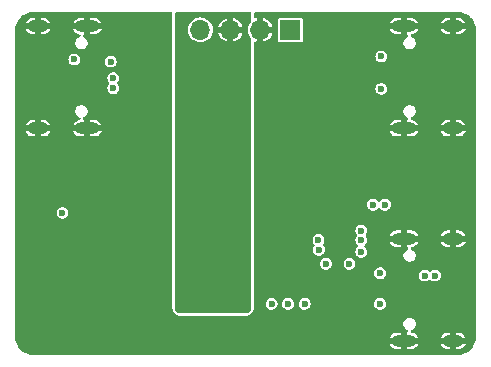
<source format=gbr>
G04 #@! TF.GenerationSoftware,KiCad,Pcbnew,8.0.8*
G04 #@! TF.CreationDate,2025-08-23T08:43:18-04:00*
G04 #@! TF.ProjectId,project-hw-usbc-mux-demux,70726f6a-6563-4742-9d68-772d75736263,rev?*
G04 #@! TF.SameCoordinates,Original*
G04 #@! TF.FileFunction,Copper,L2,Inr*
G04 #@! TF.FilePolarity,Positive*
%FSLAX46Y46*%
G04 Gerber Fmt 4.6, Leading zero omitted, Abs format (unit mm)*
G04 Created by KiCad (PCBNEW 8.0.8) date 2025-08-23 08:43:18*
%MOMM*%
%LPD*%
G01*
G04 APERTURE LIST*
G04 #@! TA.AperFunction,HeatsinkPad*
%ADD10O,2.100000X1.000000*%
G04 #@! TD*
G04 #@! TA.AperFunction,HeatsinkPad*
%ADD11O,1.800000X1.000000*%
G04 #@! TD*
G04 #@! TA.AperFunction,ComponentPad*
%ADD12R,1.700000X1.700000*%
G04 #@! TD*
G04 #@! TA.AperFunction,ComponentPad*
%ADD13O,1.700000X1.700000*%
G04 #@! TD*
G04 #@! TA.AperFunction,ViaPad*
%ADD14C,0.600000*%
G04 #@! TD*
G04 APERTURE END LIST*
D10*
X63395000Y-48320000D03*
D11*
X67575000Y-48320000D03*
D10*
X63395000Y-39680000D03*
D11*
X67575000Y-39680000D03*
D10*
X63395000Y-30320000D03*
D11*
X67575000Y-30320000D03*
D10*
X63395000Y-21680000D03*
D11*
X67575000Y-21680000D03*
D10*
X36605000Y-21680000D03*
D11*
X32425000Y-21680000D03*
D10*
X36605000Y-30320000D03*
D11*
X32425000Y-30320000D03*
D12*
X53800000Y-22000000D03*
D13*
X51260000Y-22000000D03*
X48720000Y-22000000D03*
X46180000Y-22000000D03*
D14*
X37200000Y-38700000D03*
X34500000Y-37500000D03*
X61800000Y-36800000D03*
X59800000Y-39000000D03*
X52200000Y-45200000D03*
X58800000Y-41800000D03*
X61400000Y-42600000D03*
X59800000Y-39800000D03*
X61400000Y-45200000D03*
X59800000Y-40800000D03*
X53600000Y-45200000D03*
X56175735Y-39775735D03*
X55000000Y-45200000D03*
X56200000Y-40600000D03*
X66025000Y-42800000D03*
X65175000Y-42800000D03*
X38800000Y-26925000D03*
X38800000Y-26075000D03*
X36000000Y-37500000D03*
X49000000Y-38000000D03*
X49000000Y-39000000D03*
X49000000Y-40000000D03*
X49000000Y-41000000D03*
X49000000Y-42000000D03*
X48000000Y-42000000D03*
X48000000Y-41000000D03*
X48000000Y-40000000D03*
X48000000Y-39000000D03*
X48000000Y-38000000D03*
X55000000Y-48750000D03*
X53500000Y-48750000D03*
X51250000Y-49000000D03*
X60800000Y-36800000D03*
X56800000Y-41800000D03*
X58000000Y-41800000D03*
X61500000Y-24250000D03*
X35500000Y-24500000D03*
X61500000Y-27000000D03*
X38573818Y-24675000D03*
X40000000Y-48000000D03*
X40000000Y-47000000D03*
X42500000Y-48750000D03*
X41500000Y-48750000D03*
X46000000Y-48750000D03*
X45000000Y-48750000D03*
X37000000Y-43500000D03*
X37000000Y-42500000D03*
X37750000Y-47000000D03*
X37750000Y-46000000D03*
X38750000Y-45000000D03*
X38000000Y-45000000D03*
G04 #@! TA.AperFunction,Conductor*
G36*
X50443039Y-20520185D02*
G01*
X50488794Y-20572989D01*
X50500000Y-20624500D01*
X50500000Y-21225781D01*
X50480315Y-21292820D01*
X50471854Y-21304445D01*
X50382315Y-21413549D01*
X50382310Y-21413555D01*
X50284769Y-21596041D01*
X50224699Y-21794067D01*
X50204417Y-22000000D01*
X50224699Y-22205932D01*
X50224700Y-22205934D01*
X50284768Y-22403954D01*
X50382163Y-22586166D01*
X50382316Y-22586452D01*
X50471853Y-22695554D01*
X50499166Y-22759862D01*
X50500000Y-22774217D01*
X50500000Y-45491874D01*
X50498939Y-45508060D01*
X50485093Y-45613224D01*
X50476715Y-45644491D01*
X50439259Y-45734918D01*
X50423074Y-45762951D01*
X50363491Y-45840601D01*
X50340601Y-45863491D01*
X50262951Y-45923074D01*
X50234918Y-45939259D01*
X50144491Y-45976715D01*
X50113224Y-45985093D01*
X50019398Y-45997446D01*
X50008058Y-45998939D01*
X49991874Y-46000000D01*
X44508126Y-46000000D01*
X44491941Y-45998939D01*
X44478917Y-45997224D01*
X44386775Y-45985093D01*
X44355508Y-45976715D01*
X44265081Y-45939259D01*
X44237048Y-45923074D01*
X44159398Y-45863491D01*
X44136508Y-45840601D01*
X44076925Y-45762951D01*
X44060740Y-45734918D01*
X44023284Y-45644491D01*
X44014906Y-45613223D01*
X44001061Y-45508059D01*
X44000000Y-45491874D01*
X44000000Y-22000000D01*
X45124417Y-22000000D01*
X45144699Y-22205932D01*
X45144700Y-22205934D01*
X45204768Y-22403954D01*
X45302315Y-22586450D01*
X45336969Y-22628677D01*
X45433589Y-22746410D01*
X45530209Y-22825702D01*
X45593550Y-22877685D01*
X45776046Y-22975232D01*
X45974066Y-23035300D01*
X45974065Y-23035300D01*
X45992529Y-23037118D01*
X46180000Y-23055583D01*
X46385934Y-23035300D01*
X46583954Y-22975232D01*
X46766450Y-22877685D01*
X46926410Y-22746410D01*
X47057685Y-22586450D01*
X47155232Y-22403954D01*
X47215300Y-22205934D01*
X47235583Y-22000000D01*
X47215300Y-21794066D01*
X47201933Y-21750000D01*
X47698590Y-21750000D01*
X48286988Y-21750000D01*
X48254075Y-21807007D01*
X48220000Y-21934174D01*
X48220000Y-22065826D01*
X48254075Y-22192993D01*
X48286988Y-22250000D01*
X47698590Y-22250000D01*
X47745233Y-22403766D01*
X47842728Y-22586166D01*
X47842732Y-22586173D01*
X47973944Y-22746055D01*
X48133826Y-22877267D01*
X48133833Y-22877271D01*
X48316233Y-22974766D01*
X48470000Y-23021410D01*
X48470000Y-22433012D01*
X48527007Y-22465925D01*
X48654174Y-22500000D01*
X48785826Y-22500000D01*
X48912993Y-22465925D01*
X48970000Y-22433012D01*
X48970000Y-23021410D01*
X49123766Y-22974766D01*
X49306166Y-22877271D01*
X49306173Y-22877267D01*
X49466055Y-22746055D01*
X49597267Y-22586173D01*
X49597271Y-22586166D01*
X49694766Y-22403766D01*
X49741410Y-22250000D01*
X49153012Y-22250000D01*
X49185925Y-22192993D01*
X49220000Y-22065826D01*
X49220000Y-21934174D01*
X49185925Y-21807007D01*
X49153012Y-21750000D01*
X49741410Y-21750000D01*
X49694766Y-21596233D01*
X49597271Y-21413833D01*
X49597267Y-21413826D01*
X49466055Y-21253944D01*
X49306173Y-21122732D01*
X49306166Y-21122728D01*
X49123763Y-21025232D01*
X48970000Y-20978587D01*
X48970000Y-21566988D01*
X48912993Y-21534075D01*
X48785826Y-21500000D01*
X48654174Y-21500000D01*
X48527007Y-21534075D01*
X48470000Y-21566988D01*
X48470000Y-20978587D01*
X48316236Y-21025232D01*
X48133833Y-21122728D01*
X48133826Y-21122732D01*
X47973944Y-21253944D01*
X47842732Y-21413826D01*
X47842728Y-21413833D01*
X47745233Y-21596233D01*
X47698590Y-21750000D01*
X47201933Y-21750000D01*
X47155232Y-21596046D01*
X47057685Y-21413550D01*
X47005702Y-21350209D01*
X46926410Y-21253589D01*
X46766452Y-21122317D01*
X46766453Y-21122317D01*
X46766450Y-21122315D01*
X46583954Y-21024768D01*
X46385934Y-20964700D01*
X46385932Y-20964699D01*
X46385934Y-20964699D01*
X46180000Y-20944417D01*
X45974067Y-20964699D01*
X45776043Y-21024769D01*
X45665898Y-21083643D01*
X45593550Y-21122315D01*
X45593548Y-21122316D01*
X45593547Y-21122317D01*
X45433589Y-21253589D01*
X45302317Y-21413547D01*
X45302315Y-21413550D01*
X45302164Y-21413833D01*
X45204769Y-21596043D01*
X45144699Y-21794067D01*
X45124417Y-22000000D01*
X44000000Y-22000000D01*
X44000000Y-20624500D01*
X44019685Y-20557461D01*
X44072489Y-20511706D01*
X44124000Y-20500500D01*
X50376000Y-20500500D01*
X50443039Y-20520185D01*
G37*
G04 #@! TD.AperFunction*
G04 #@! TA.AperFunction,Conductor*
G36*
X43737539Y-20520185D02*
G01*
X43783294Y-20572989D01*
X43794500Y-20624500D01*
X43794500Y-45491860D01*
X43794940Y-45505319D01*
X43796001Y-45521501D01*
X43797320Y-45534894D01*
X43811163Y-45640043D01*
X43816407Y-45666407D01*
X43824778Y-45697651D01*
X43824787Y-45697680D01*
X43833426Y-45723131D01*
X43870886Y-45813567D01*
X43870887Y-45813569D01*
X43882754Y-45837635D01*
X43882777Y-45837678D01*
X43898953Y-45865696D01*
X43898956Y-45865701D01*
X43898957Y-45865702D01*
X43913891Y-45888052D01*
X43973474Y-45965702D01*
X43991198Y-45985911D01*
X44014088Y-46008801D01*
X44034297Y-46026525D01*
X44111947Y-46086108D01*
X44134297Y-46101042D01*
X44162330Y-46117227D01*
X44162345Y-46117234D01*
X44162363Y-46117244D01*
X44186429Y-46129111D01*
X44186441Y-46129117D01*
X44276862Y-46166570D01*
X44276867Y-46166572D01*
X44302320Y-46175213D01*
X44333587Y-46183591D01*
X44359951Y-46188835D01*
X44452093Y-46200966D01*
X44452093Y-46200965D01*
X44456538Y-46201550D01*
X44465112Y-46202680D01*
X44465131Y-46202681D01*
X44488344Y-46205738D01*
X44498104Y-46205172D01*
X44508113Y-46205500D01*
X44508126Y-46205500D01*
X49991861Y-46205500D01*
X49991874Y-46205500D01*
X50005317Y-46205060D01*
X50021501Y-46203999D01*
X50034882Y-46202681D01*
X50046222Y-46201188D01*
X50140048Y-46188835D01*
X50166412Y-46183591D01*
X50197679Y-46175213D01*
X50223132Y-46166572D01*
X50313559Y-46129116D01*
X50337669Y-46117227D01*
X50365702Y-46101042D01*
X50388052Y-46086108D01*
X50465702Y-46026525D01*
X50485911Y-46008801D01*
X50508801Y-45985911D01*
X50526525Y-45965702D01*
X50586108Y-45888052D01*
X50601042Y-45865702D01*
X50617227Y-45837669D01*
X50629116Y-45813559D01*
X50666572Y-45723132D01*
X50675213Y-45697679D01*
X50683591Y-45666412D01*
X50688835Y-45640049D01*
X50702681Y-45534885D01*
X50703999Y-45521502D01*
X50705060Y-45505316D01*
X50705500Y-45491874D01*
X50705500Y-45200000D01*
X51694353Y-45200000D01*
X51714834Y-45342456D01*
X51774622Y-45473371D01*
X51774623Y-45473373D01*
X51868872Y-45582143D01*
X51989947Y-45659953D01*
X51989950Y-45659954D01*
X51989949Y-45659954D01*
X52097107Y-45691417D01*
X52118431Y-45697679D01*
X52128036Y-45700499D01*
X52128038Y-45700500D01*
X52128039Y-45700500D01*
X52271962Y-45700500D01*
X52271962Y-45700499D01*
X52388049Y-45666414D01*
X52410050Y-45659954D01*
X52410050Y-45659953D01*
X52410053Y-45659953D01*
X52531128Y-45582143D01*
X52625377Y-45473373D01*
X52685165Y-45342457D01*
X52705647Y-45200000D01*
X53094353Y-45200000D01*
X53114834Y-45342456D01*
X53174622Y-45473371D01*
X53174623Y-45473373D01*
X53268872Y-45582143D01*
X53389947Y-45659953D01*
X53389950Y-45659954D01*
X53389949Y-45659954D01*
X53497107Y-45691417D01*
X53518431Y-45697679D01*
X53528036Y-45700499D01*
X53528038Y-45700500D01*
X53528039Y-45700500D01*
X53671962Y-45700500D01*
X53671962Y-45700499D01*
X53788049Y-45666414D01*
X53810050Y-45659954D01*
X53810050Y-45659953D01*
X53810053Y-45659953D01*
X53931128Y-45582143D01*
X54025377Y-45473373D01*
X54085165Y-45342457D01*
X54105647Y-45200000D01*
X54494353Y-45200000D01*
X54514834Y-45342456D01*
X54574622Y-45473371D01*
X54574623Y-45473373D01*
X54668872Y-45582143D01*
X54789947Y-45659953D01*
X54789950Y-45659954D01*
X54789949Y-45659954D01*
X54897107Y-45691417D01*
X54918431Y-45697679D01*
X54928036Y-45700499D01*
X54928038Y-45700500D01*
X54928039Y-45700500D01*
X55071962Y-45700500D01*
X55071962Y-45700499D01*
X55188049Y-45666414D01*
X55210050Y-45659954D01*
X55210050Y-45659953D01*
X55210053Y-45659953D01*
X55331128Y-45582143D01*
X55425377Y-45473373D01*
X55485165Y-45342457D01*
X55505647Y-45200000D01*
X60894353Y-45200000D01*
X60914834Y-45342456D01*
X60974622Y-45473371D01*
X60974623Y-45473373D01*
X61068872Y-45582143D01*
X61189947Y-45659953D01*
X61189950Y-45659954D01*
X61189949Y-45659954D01*
X61297107Y-45691417D01*
X61318431Y-45697679D01*
X61328036Y-45700499D01*
X61328038Y-45700500D01*
X61328039Y-45700500D01*
X61471962Y-45700500D01*
X61471962Y-45700499D01*
X61588049Y-45666414D01*
X61610050Y-45659954D01*
X61610050Y-45659953D01*
X61610053Y-45659953D01*
X61731128Y-45582143D01*
X61825377Y-45473373D01*
X61885165Y-45342457D01*
X61905647Y-45200000D01*
X61885165Y-45057543D01*
X61825377Y-44926627D01*
X61731128Y-44817857D01*
X61610053Y-44740047D01*
X61610051Y-44740046D01*
X61610049Y-44740045D01*
X61610050Y-44740045D01*
X61471963Y-44699500D01*
X61471961Y-44699500D01*
X61328039Y-44699500D01*
X61328036Y-44699500D01*
X61189949Y-44740045D01*
X61068873Y-44817856D01*
X60974623Y-44926626D01*
X60974622Y-44926628D01*
X60914834Y-45057543D01*
X60894353Y-45200000D01*
X55505647Y-45200000D01*
X55485165Y-45057543D01*
X55425377Y-44926627D01*
X55331128Y-44817857D01*
X55210053Y-44740047D01*
X55210051Y-44740046D01*
X55210049Y-44740045D01*
X55210050Y-44740045D01*
X55071963Y-44699500D01*
X55071961Y-44699500D01*
X54928039Y-44699500D01*
X54928036Y-44699500D01*
X54789949Y-44740045D01*
X54668873Y-44817856D01*
X54574623Y-44926626D01*
X54574622Y-44926628D01*
X54514834Y-45057543D01*
X54494353Y-45200000D01*
X54105647Y-45200000D01*
X54085165Y-45057543D01*
X54025377Y-44926627D01*
X53931128Y-44817857D01*
X53810053Y-44740047D01*
X53810051Y-44740046D01*
X53810049Y-44740045D01*
X53810050Y-44740045D01*
X53671963Y-44699500D01*
X53671961Y-44699500D01*
X53528039Y-44699500D01*
X53528036Y-44699500D01*
X53389949Y-44740045D01*
X53268873Y-44817856D01*
X53174623Y-44926626D01*
X53174622Y-44926628D01*
X53114834Y-45057543D01*
X53094353Y-45200000D01*
X52705647Y-45200000D01*
X52685165Y-45057543D01*
X52625377Y-44926627D01*
X52531128Y-44817857D01*
X52410053Y-44740047D01*
X52410051Y-44740046D01*
X52410049Y-44740045D01*
X52410050Y-44740045D01*
X52271963Y-44699500D01*
X52271961Y-44699500D01*
X52128039Y-44699500D01*
X52128036Y-44699500D01*
X51989949Y-44740045D01*
X51868873Y-44817856D01*
X51774623Y-44926626D01*
X51774622Y-44926628D01*
X51714834Y-45057543D01*
X51694353Y-45200000D01*
X50705500Y-45200000D01*
X50705500Y-42600000D01*
X60894353Y-42600000D01*
X60914834Y-42742456D01*
X60941114Y-42800000D01*
X60974623Y-42873373D01*
X61068872Y-42982143D01*
X61189947Y-43059953D01*
X61189950Y-43059954D01*
X61189949Y-43059954D01*
X61328036Y-43100499D01*
X61328038Y-43100500D01*
X61328039Y-43100500D01*
X61471962Y-43100500D01*
X61471962Y-43100499D01*
X61610053Y-43059953D01*
X61731128Y-42982143D01*
X61825377Y-42873373D01*
X61858886Y-42800000D01*
X64669353Y-42800000D01*
X64689834Y-42942456D01*
X64707959Y-42982143D01*
X64749623Y-43073373D01*
X64843872Y-43182143D01*
X64964947Y-43259953D01*
X64964950Y-43259954D01*
X64964949Y-43259954D01*
X65103036Y-43300499D01*
X65103038Y-43300500D01*
X65103039Y-43300500D01*
X65246962Y-43300500D01*
X65246962Y-43300499D01*
X65385053Y-43259953D01*
X65506128Y-43182143D01*
X65506285Y-43181961D01*
X65506486Y-43181832D01*
X65512828Y-43176337D01*
X65513617Y-43177248D01*
X65565059Y-43144186D01*
X65634929Y-43144182D01*
X65686384Y-43177246D01*
X65687172Y-43176337D01*
X65693492Y-43181813D01*
X65693705Y-43181950D01*
X65693872Y-43182143D01*
X65693873Y-43182144D01*
X65727534Y-43203776D01*
X65814947Y-43259953D01*
X65814950Y-43259954D01*
X65814949Y-43259954D01*
X65953036Y-43300499D01*
X65953038Y-43300500D01*
X65953039Y-43300500D01*
X66096962Y-43300500D01*
X66096962Y-43300499D01*
X66235053Y-43259953D01*
X66356128Y-43182143D01*
X66450377Y-43073373D01*
X66510165Y-42942457D01*
X66530647Y-42800000D01*
X66510165Y-42657543D01*
X66450377Y-42526627D01*
X66356128Y-42417857D01*
X66235053Y-42340047D01*
X66235051Y-42340046D01*
X66235049Y-42340045D01*
X66235050Y-42340045D01*
X66096963Y-42299500D01*
X66096961Y-42299500D01*
X65953039Y-42299500D01*
X65953036Y-42299500D01*
X65814949Y-42340045D01*
X65693872Y-42417857D01*
X65693711Y-42418043D01*
X65693504Y-42418175D01*
X65687172Y-42423663D01*
X65686382Y-42422752D01*
X65634932Y-42455816D01*
X65565063Y-42455814D01*
X65513617Y-42422752D01*
X65512828Y-42423663D01*
X65506495Y-42418175D01*
X65506289Y-42418043D01*
X65506128Y-42417857D01*
X65385053Y-42340047D01*
X65385051Y-42340046D01*
X65385049Y-42340045D01*
X65385050Y-42340045D01*
X65246963Y-42299500D01*
X65246961Y-42299500D01*
X65103039Y-42299500D01*
X65103036Y-42299500D01*
X64964949Y-42340045D01*
X64843873Y-42417856D01*
X64843872Y-42417856D01*
X64843872Y-42417857D01*
X64838841Y-42423663D01*
X64749623Y-42526626D01*
X64749622Y-42526628D01*
X64689834Y-42657543D01*
X64669353Y-42800000D01*
X61858886Y-42800000D01*
X61885165Y-42742457D01*
X61905647Y-42600000D01*
X61885165Y-42457543D01*
X61825377Y-42326627D01*
X61731128Y-42217857D01*
X61610053Y-42140047D01*
X61610051Y-42140046D01*
X61610049Y-42140045D01*
X61610050Y-42140045D01*
X61471963Y-42099500D01*
X61471961Y-42099500D01*
X61328039Y-42099500D01*
X61328036Y-42099500D01*
X61189949Y-42140045D01*
X61068873Y-42217856D01*
X60974623Y-42326626D01*
X60974622Y-42326628D01*
X60914834Y-42457543D01*
X60894353Y-42600000D01*
X50705500Y-42600000D01*
X50705500Y-41800000D01*
X56294353Y-41800000D01*
X56314834Y-41942456D01*
X56374622Y-42073371D01*
X56374623Y-42073373D01*
X56468872Y-42182143D01*
X56589947Y-42259953D01*
X56589950Y-42259954D01*
X56589949Y-42259954D01*
X56697107Y-42291417D01*
X56724633Y-42299500D01*
X56728036Y-42300499D01*
X56728038Y-42300500D01*
X56728039Y-42300500D01*
X56871962Y-42300500D01*
X56871962Y-42300499D01*
X57010053Y-42259953D01*
X57131128Y-42182143D01*
X57225377Y-42073373D01*
X57285165Y-41942457D01*
X57305647Y-41800000D01*
X58294353Y-41800000D01*
X58314834Y-41942456D01*
X58374622Y-42073371D01*
X58374623Y-42073373D01*
X58468872Y-42182143D01*
X58589947Y-42259953D01*
X58589950Y-42259954D01*
X58589949Y-42259954D01*
X58697107Y-42291417D01*
X58724633Y-42299500D01*
X58728036Y-42300499D01*
X58728038Y-42300500D01*
X58728039Y-42300500D01*
X58871962Y-42300500D01*
X58871962Y-42300499D01*
X59010053Y-42259953D01*
X59131128Y-42182143D01*
X59225377Y-42073373D01*
X59285165Y-41942457D01*
X59305647Y-41800000D01*
X59285165Y-41657543D01*
X59225377Y-41526627D01*
X59131128Y-41417857D01*
X59010053Y-41340047D01*
X59010051Y-41340046D01*
X59010049Y-41340045D01*
X59010050Y-41340045D01*
X58871963Y-41299500D01*
X58871961Y-41299500D01*
X58728039Y-41299500D01*
X58728036Y-41299500D01*
X58589949Y-41340045D01*
X58468873Y-41417856D01*
X58374623Y-41526626D01*
X58374622Y-41526628D01*
X58314834Y-41657543D01*
X58294353Y-41800000D01*
X57305647Y-41800000D01*
X57285165Y-41657543D01*
X57225377Y-41526627D01*
X57131128Y-41417857D01*
X57010053Y-41340047D01*
X57010051Y-41340046D01*
X57010049Y-41340045D01*
X57010050Y-41340045D01*
X56871963Y-41299500D01*
X56871961Y-41299500D01*
X56728039Y-41299500D01*
X56728036Y-41299500D01*
X56589949Y-41340045D01*
X56468873Y-41417856D01*
X56374623Y-41526626D01*
X56374622Y-41526628D01*
X56314834Y-41657543D01*
X56294353Y-41800000D01*
X50705500Y-41800000D01*
X50705500Y-39775735D01*
X55670088Y-39775735D01*
X55690569Y-39918191D01*
X55718797Y-39980000D01*
X55750358Y-40049108D01*
X55812364Y-40120667D01*
X55841388Y-40184221D01*
X55831444Y-40253379D01*
X55812364Y-40283069D01*
X55774625Y-40326622D01*
X55774622Y-40326628D01*
X55714834Y-40457543D01*
X55694353Y-40600000D01*
X55714834Y-40742456D01*
X55741114Y-40800000D01*
X55774623Y-40873373D01*
X55868872Y-40982143D01*
X55989947Y-41059953D01*
X55989950Y-41059954D01*
X55989949Y-41059954D01*
X56128036Y-41100499D01*
X56128038Y-41100500D01*
X56128039Y-41100500D01*
X56271962Y-41100500D01*
X56271962Y-41100499D01*
X56410053Y-41059953D01*
X56531128Y-40982143D01*
X56625377Y-40873373D01*
X56685165Y-40742457D01*
X56705647Y-40600000D01*
X56685165Y-40457543D01*
X56625377Y-40326627D01*
X56625375Y-40326625D01*
X56625374Y-40326622D01*
X56563371Y-40255067D01*
X56534346Y-40191512D01*
X56544290Y-40122353D01*
X56563367Y-40092667D01*
X56601112Y-40049108D01*
X56660900Y-39918192D01*
X56681382Y-39775735D01*
X56660900Y-39633278D01*
X56601112Y-39502362D01*
X56506863Y-39393592D01*
X56385788Y-39315782D01*
X56385786Y-39315781D01*
X56385784Y-39315780D01*
X56385785Y-39315780D01*
X56247698Y-39275235D01*
X56247696Y-39275235D01*
X56103774Y-39275235D01*
X56103771Y-39275235D01*
X55965684Y-39315780D01*
X55844608Y-39393591D01*
X55844607Y-39393591D01*
X55844607Y-39393592D01*
X55838670Y-39400444D01*
X55750358Y-39502361D01*
X55750357Y-39502363D01*
X55690569Y-39633278D01*
X55670088Y-39775735D01*
X50705500Y-39775735D01*
X50705500Y-39000000D01*
X59294353Y-39000000D01*
X59314834Y-39142456D01*
X59374622Y-39273371D01*
X59374625Y-39273377D01*
X59413983Y-39318798D01*
X59443008Y-39382353D01*
X59433064Y-39451512D01*
X59413983Y-39481202D01*
X59374625Y-39526622D01*
X59374622Y-39526628D01*
X59314834Y-39657543D01*
X59294353Y-39800000D01*
X59314834Y-39942456D01*
X59363541Y-40049107D01*
X59374623Y-40073373D01*
X59468872Y-40182143D01*
X59476324Y-40186932D01*
X59489943Y-40195685D01*
X59535698Y-40248489D01*
X59545641Y-40317648D01*
X59516615Y-40381203D01*
X59489943Y-40404315D01*
X59468874Y-40417855D01*
X59374623Y-40526626D01*
X59374622Y-40526628D01*
X59314834Y-40657543D01*
X59294353Y-40800000D01*
X59314834Y-40942456D01*
X59332959Y-40982143D01*
X59374623Y-41073373D01*
X59468872Y-41182143D01*
X59589947Y-41259953D01*
X59589950Y-41259954D01*
X59589949Y-41259954D01*
X59697107Y-41291417D01*
X59724633Y-41299500D01*
X59728036Y-41300499D01*
X59728038Y-41300500D01*
X59728039Y-41300500D01*
X59871962Y-41300500D01*
X59871962Y-41300499D01*
X60010053Y-41259953D01*
X60131128Y-41182143D01*
X60225377Y-41073373D01*
X60285165Y-40942457D01*
X60305647Y-40800000D01*
X60285165Y-40657543D01*
X60225377Y-40526627D01*
X60131128Y-40417857D01*
X60131125Y-40417855D01*
X60131125Y-40417854D01*
X60110058Y-40404316D01*
X60064302Y-40351513D01*
X60054358Y-40282354D01*
X60083382Y-40218798D01*
X60110058Y-40195684D01*
X60131125Y-40182145D01*
X60131125Y-40182144D01*
X60131128Y-40182143D01*
X60225377Y-40073373D01*
X60285165Y-39942457D01*
X60305647Y-39800000D01*
X60285165Y-39657543D01*
X60225377Y-39526627D01*
X60225375Y-39526625D01*
X60225374Y-39526622D01*
X60186017Y-39481203D01*
X60162632Y-39429999D01*
X62190879Y-39429999D01*
X62190879Y-39430000D01*
X62678012Y-39430000D01*
X62660795Y-39439940D01*
X62604940Y-39495795D01*
X62565444Y-39564204D01*
X62545000Y-39640504D01*
X62545000Y-39719496D01*
X62565444Y-39795796D01*
X62604940Y-39864205D01*
X62660795Y-39920060D01*
X62678012Y-39930000D01*
X62190879Y-39930000D01*
X62224667Y-40011573D01*
X62301275Y-40126226D01*
X62398773Y-40223724D01*
X62513420Y-40300328D01*
X62513433Y-40300335D01*
X62640813Y-40353097D01*
X62640823Y-40353100D01*
X62776053Y-40380000D01*
X63145000Y-40380000D01*
X63145000Y-39980000D01*
X63645000Y-39980000D01*
X63645000Y-40380000D01*
X63648939Y-40380000D01*
X63715978Y-40399685D01*
X63761733Y-40452489D01*
X63771677Y-40521647D01*
X63742652Y-40585203D01*
X63696390Y-40618562D01*
X63692161Y-40620313D01*
X63572338Y-40689492D01*
X63572333Y-40689496D01*
X63474496Y-40787333D01*
X63474492Y-40787338D01*
X63405313Y-40907161D01*
X63405312Y-40907164D01*
X63369500Y-41040817D01*
X63369500Y-41179183D01*
X63402007Y-41300499D01*
X63405312Y-41312835D01*
X63405313Y-41312838D01*
X63474492Y-41432661D01*
X63474494Y-41432664D01*
X63474495Y-41432665D01*
X63572335Y-41530505D01*
X63692164Y-41599688D01*
X63825817Y-41635500D01*
X63825819Y-41635500D01*
X63964181Y-41635500D01*
X63964183Y-41635500D01*
X64097836Y-41599688D01*
X64217665Y-41530505D01*
X64315505Y-41432665D01*
X64384688Y-41312836D01*
X64420500Y-41179183D01*
X64420500Y-41040817D01*
X64384688Y-40907164D01*
X64315505Y-40787335D01*
X64217665Y-40689495D01*
X64217664Y-40689494D01*
X64217661Y-40689492D01*
X64097838Y-40620313D01*
X64097831Y-40620310D01*
X64061037Y-40610451D01*
X64001377Y-40574086D01*
X63970849Y-40511238D01*
X63979144Y-40441863D01*
X64023630Y-40387986D01*
X64068941Y-40369060D01*
X64149175Y-40353100D01*
X64149186Y-40353097D01*
X64276566Y-40300335D01*
X64276579Y-40300328D01*
X64391226Y-40223724D01*
X64488724Y-40126226D01*
X64565332Y-40011573D01*
X64599121Y-39930000D01*
X64111988Y-39930000D01*
X64129205Y-39920060D01*
X64185060Y-39864205D01*
X64224556Y-39795796D01*
X64245000Y-39719496D01*
X64245000Y-39640504D01*
X64224556Y-39564204D01*
X64185060Y-39495795D01*
X64129205Y-39439940D01*
X64111988Y-39430000D01*
X64599121Y-39430000D01*
X64599120Y-39429999D01*
X66520879Y-39429999D01*
X66520879Y-39430000D01*
X67008012Y-39430000D01*
X66990795Y-39439940D01*
X66934940Y-39495795D01*
X66895444Y-39564204D01*
X66875000Y-39640504D01*
X66875000Y-39719496D01*
X66895444Y-39795796D01*
X66934940Y-39864205D01*
X66990795Y-39920060D01*
X67008012Y-39930000D01*
X66520879Y-39930000D01*
X66554667Y-40011573D01*
X66631275Y-40126226D01*
X66728773Y-40223724D01*
X66843420Y-40300328D01*
X66843433Y-40300335D01*
X66970813Y-40353097D01*
X66970823Y-40353100D01*
X67106053Y-40380000D01*
X67325000Y-40380000D01*
X67325000Y-39980000D01*
X67825000Y-39980000D01*
X67825000Y-40380000D01*
X68043946Y-40380000D01*
X68179176Y-40353100D01*
X68179186Y-40353097D01*
X68306566Y-40300335D01*
X68306579Y-40300328D01*
X68421226Y-40223724D01*
X68518724Y-40126226D01*
X68595332Y-40011573D01*
X68629121Y-39930000D01*
X68141988Y-39930000D01*
X68159205Y-39920060D01*
X68215060Y-39864205D01*
X68254556Y-39795796D01*
X68275000Y-39719496D01*
X68275000Y-39640504D01*
X68254556Y-39564204D01*
X68215060Y-39495795D01*
X68159205Y-39439940D01*
X68141988Y-39430000D01*
X68629121Y-39430000D01*
X68629120Y-39429999D01*
X68595332Y-39348426D01*
X68518724Y-39233773D01*
X68421226Y-39136275D01*
X68306579Y-39059671D01*
X68306566Y-39059664D01*
X68179186Y-39006902D01*
X68179176Y-39006899D01*
X68043946Y-38980000D01*
X67825000Y-38980000D01*
X67825000Y-39380000D01*
X67325000Y-39380000D01*
X67325000Y-38980000D01*
X67106054Y-38980000D01*
X66970823Y-39006899D01*
X66970813Y-39006902D01*
X66843433Y-39059664D01*
X66843420Y-39059671D01*
X66728773Y-39136275D01*
X66631275Y-39233773D01*
X66554667Y-39348426D01*
X66520879Y-39429999D01*
X64599120Y-39429999D01*
X64565332Y-39348426D01*
X64488724Y-39233773D01*
X64391226Y-39136275D01*
X64276579Y-39059671D01*
X64276566Y-39059664D01*
X64149186Y-39006902D01*
X64149176Y-39006899D01*
X64013946Y-38980000D01*
X63645000Y-38980000D01*
X63645000Y-39380000D01*
X63145000Y-39380000D01*
X63145000Y-38980000D01*
X62776054Y-38980000D01*
X62640823Y-39006899D01*
X62640813Y-39006902D01*
X62513433Y-39059664D01*
X62513420Y-39059671D01*
X62398773Y-39136275D01*
X62301275Y-39233773D01*
X62224667Y-39348426D01*
X62190879Y-39429999D01*
X60162632Y-39429999D01*
X60156991Y-39417648D01*
X60166934Y-39348489D01*
X60186017Y-39318797D01*
X60225374Y-39273377D01*
X60225374Y-39273375D01*
X60225377Y-39273373D01*
X60285165Y-39142457D01*
X60305647Y-39000000D01*
X60285165Y-38857543D01*
X60225377Y-38726627D01*
X60131128Y-38617857D01*
X60010053Y-38540047D01*
X60010051Y-38540046D01*
X60010049Y-38540045D01*
X60010050Y-38540045D01*
X59871963Y-38499500D01*
X59871961Y-38499500D01*
X59728039Y-38499500D01*
X59728036Y-38499500D01*
X59589949Y-38540045D01*
X59468873Y-38617856D01*
X59374623Y-38726626D01*
X59374622Y-38726628D01*
X59314834Y-38857543D01*
X59294353Y-39000000D01*
X50705500Y-39000000D01*
X50705500Y-36800000D01*
X60294353Y-36800000D01*
X60314834Y-36942456D01*
X60340886Y-36999500D01*
X60374623Y-37073373D01*
X60468872Y-37182143D01*
X60589947Y-37259953D01*
X60589950Y-37259954D01*
X60589949Y-37259954D01*
X60728036Y-37300499D01*
X60728038Y-37300500D01*
X60728039Y-37300500D01*
X60871962Y-37300500D01*
X60871962Y-37300499D01*
X61010053Y-37259953D01*
X61131128Y-37182143D01*
X61206287Y-37095403D01*
X61265064Y-37057629D01*
X61334934Y-37057629D01*
X61393711Y-37095402D01*
X61468872Y-37182143D01*
X61589947Y-37259953D01*
X61589950Y-37259954D01*
X61589949Y-37259954D01*
X61728036Y-37300499D01*
X61728038Y-37300500D01*
X61728039Y-37300500D01*
X61871962Y-37300500D01*
X61871962Y-37300499D01*
X62010053Y-37259953D01*
X62131128Y-37182143D01*
X62225377Y-37073373D01*
X62285165Y-36942457D01*
X62305647Y-36800000D01*
X62285165Y-36657543D01*
X62225377Y-36526627D01*
X62131128Y-36417857D01*
X62010053Y-36340047D01*
X62010051Y-36340046D01*
X62010049Y-36340045D01*
X62010050Y-36340045D01*
X61871963Y-36299500D01*
X61871961Y-36299500D01*
X61728039Y-36299500D01*
X61728036Y-36299500D01*
X61589949Y-36340045D01*
X61468873Y-36417856D01*
X61393713Y-36504596D01*
X61334935Y-36542370D01*
X61265065Y-36542370D01*
X61206287Y-36504596D01*
X61131128Y-36417857D01*
X61010053Y-36340047D01*
X61010051Y-36340046D01*
X61010049Y-36340045D01*
X61010050Y-36340045D01*
X60871963Y-36299500D01*
X60871961Y-36299500D01*
X60728039Y-36299500D01*
X60728036Y-36299500D01*
X60589949Y-36340045D01*
X60468873Y-36417856D01*
X60374623Y-36526626D01*
X60374622Y-36526628D01*
X60314834Y-36657543D01*
X60294353Y-36800000D01*
X50705500Y-36800000D01*
X50705500Y-30069999D01*
X62190879Y-30069999D01*
X62190879Y-30070000D01*
X62678012Y-30070000D01*
X62660795Y-30079940D01*
X62604940Y-30135795D01*
X62565444Y-30204204D01*
X62545000Y-30280504D01*
X62545000Y-30359496D01*
X62565444Y-30435796D01*
X62604940Y-30504205D01*
X62660795Y-30560060D01*
X62678012Y-30570000D01*
X62190879Y-30570000D01*
X62224667Y-30651573D01*
X62301275Y-30766226D01*
X62398773Y-30863724D01*
X62513420Y-30940328D01*
X62513433Y-30940335D01*
X62640813Y-30993097D01*
X62640823Y-30993100D01*
X62776053Y-31020000D01*
X63145000Y-31020000D01*
X63145000Y-30620000D01*
X63645000Y-30620000D01*
X63645000Y-31020000D01*
X64013946Y-31020000D01*
X64149176Y-30993100D01*
X64149186Y-30993097D01*
X64276566Y-30940335D01*
X64276579Y-30940328D01*
X64391226Y-30863724D01*
X64488724Y-30766226D01*
X64565332Y-30651573D01*
X64599121Y-30570000D01*
X64111988Y-30570000D01*
X64129205Y-30560060D01*
X64185060Y-30504205D01*
X64224556Y-30435796D01*
X64245000Y-30359496D01*
X64245000Y-30280504D01*
X64224556Y-30204204D01*
X64185060Y-30135795D01*
X64129205Y-30079940D01*
X64111988Y-30070000D01*
X64599121Y-30070000D01*
X64599120Y-30069999D01*
X66520879Y-30069999D01*
X66520879Y-30070000D01*
X67008012Y-30070000D01*
X66990795Y-30079940D01*
X66934940Y-30135795D01*
X66895444Y-30204204D01*
X66875000Y-30280504D01*
X66875000Y-30359496D01*
X66895444Y-30435796D01*
X66934940Y-30504205D01*
X66990795Y-30560060D01*
X67008012Y-30570000D01*
X66520879Y-30570000D01*
X66554667Y-30651573D01*
X66631275Y-30766226D01*
X66728773Y-30863724D01*
X66843420Y-30940328D01*
X66843433Y-30940335D01*
X66970813Y-30993097D01*
X66970823Y-30993100D01*
X67106053Y-31020000D01*
X67325000Y-31020000D01*
X67325000Y-30620000D01*
X67825000Y-30620000D01*
X67825000Y-31020000D01*
X68043946Y-31020000D01*
X68179176Y-30993100D01*
X68179186Y-30993097D01*
X68306566Y-30940335D01*
X68306579Y-30940328D01*
X68421226Y-30863724D01*
X68518724Y-30766226D01*
X68595332Y-30651573D01*
X68629121Y-30570000D01*
X68141988Y-30570000D01*
X68159205Y-30560060D01*
X68215060Y-30504205D01*
X68254556Y-30435796D01*
X68275000Y-30359496D01*
X68275000Y-30280504D01*
X68254556Y-30204204D01*
X68215060Y-30135795D01*
X68159205Y-30079940D01*
X68141988Y-30070000D01*
X68629121Y-30070000D01*
X68629120Y-30069999D01*
X68595332Y-29988426D01*
X68518724Y-29873773D01*
X68421226Y-29776275D01*
X68306579Y-29699671D01*
X68306566Y-29699664D01*
X68179186Y-29646902D01*
X68179176Y-29646899D01*
X68043946Y-29620000D01*
X67825000Y-29620000D01*
X67825000Y-30020000D01*
X67325000Y-30020000D01*
X67325000Y-29620000D01*
X67106054Y-29620000D01*
X66970823Y-29646899D01*
X66970813Y-29646902D01*
X66843433Y-29699664D01*
X66843420Y-29699671D01*
X66728773Y-29776275D01*
X66631275Y-29873773D01*
X66554667Y-29988426D01*
X66520879Y-30069999D01*
X64599120Y-30069999D01*
X64565332Y-29988426D01*
X64488724Y-29873773D01*
X64391226Y-29776275D01*
X64276579Y-29699671D01*
X64276566Y-29699664D01*
X64149186Y-29646902D01*
X64149176Y-29646899D01*
X64068940Y-29630939D01*
X64007029Y-29598554D01*
X63972455Y-29537838D01*
X63976196Y-29468068D01*
X64017062Y-29411397D01*
X64061036Y-29389548D01*
X64097836Y-29379688D01*
X64217665Y-29310505D01*
X64315505Y-29212665D01*
X64384688Y-29092836D01*
X64420500Y-28959183D01*
X64420500Y-28820817D01*
X64384688Y-28687164D01*
X64315505Y-28567335D01*
X64217665Y-28469495D01*
X64217664Y-28469494D01*
X64217661Y-28469492D01*
X64097838Y-28400313D01*
X64097837Y-28400312D01*
X64097836Y-28400312D01*
X63964183Y-28364500D01*
X63825817Y-28364500D01*
X63692164Y-28400312D01*
X63692161Y-28400313D01*
X63572338Y-28469492D01*
X63572333Y-28469496D01*
X63474496Y-28567333D01*
X63474492Y-28567338D01*
X63405313Y-28687161D01*
X63405312Y-28687164D01*
X63369500Y-28820817D01*
X63369500Y-28959182D01*
X63405312Y-29092835D01*
X63405313Y-29092838D01*
X63474492Y-29212661D01*
X63474494Y-29212664D01*
X63474495Y-29212665D01*
X63572335Y-29310505D01*
X63692164Y-29379688D01*
X63692169Y-29379689D01*
X63696390Y-29381438D01*
X63750794Y-29425278D01*
X63772860Y-29491572D01*
X63755582Y-29559272D01*
X63704445Y-29606883D01*
X63648939Y-29620000D01*
X63645000Y-29620000D01*
X63645000Y-30020000D01*
X63145000Y-30020000D01*
X63145000Y-29620000D01*
X62776054Y-29620000D01*
X62640823Y-29646899D01*
X62640813Y-29646902D01*
X62513433Y-29699664D01*
X62513420Y-29699671D01*
X62398773Y-29776275D01*
X62301275Y-29873773D01*
X62224667Y-29988426D01*
X62190879Y-30069999D01*
X50705500Y-30069999D01*
X50705500Y-27000000D01*
X60994353Y-27000000D01*
X61014834Y-27142456D01*
X61040370Y-27198371D01*
X61074623Y-27273373D01*
X61168872Y-27382143D01*
X61289947Y-27459953D01*
X61289950Y-27459954D01*
X61289949Y-27459954D01*
X61428036Y-27500499D01*
X61428038Y-27500500D01*
X61428039Y-27500500D01*
X61571962Y-27500500D01*
X61571962Y-27500499D01*
X61710053Y-27459953D01*
X61831128Y-27382143D01*
X61925377Y-27273373D01*
X61985165Y-27142457D01*
X62005647Y-27000000D01*
X61985165Y-26857543D01*
X61925377Y-26726627D01*
X61831128Y-26617857D01*
X61710053Y-26540047D01*
X61710051Y-26540046D01*
X61710049Y-26540045D01*
X61710050Y-26540045D01*
X61571963Y-26499500D01*
X61571961Y-26499500D01*
X61428039Y-26499500D01*
X61428036Y-26499500D01*
X61289949Y-26540045D01*
X61168873Y-26617856D01*
X61074623Y-26726626D01*
X61074622Y-26726628D01*
X61014834Y-26857543D01*
X60994353Y-27000000D01*
X50705500Y-27000000D01*
X50705500Y-24250000D01*
X60994353Y-24250000D01*
X61014834Y-24392456D01*
X61019023Y-24401628D01*
X61074623Y-24523373D01*
X61168872Y-24632143D01*
X61289947Y-24709953D01*
X61289950Y-24709954D01*
X61289949Y-24709954D01*
X61428036Y-24750499D01*
X61428038Y-24750500D01*
X61428039Y-24750500D01*
X61571962Y-24750500D01*
X61571962Y-24750499D01*
X61710053Y-24709953D01*
X61831128Y-24632143D01*
X61925377Y-24523373D01*
X61985165Y-24392457D01*
X62005647Y-24250000D01*
X61985165Y-24107543D01*
X61925377Y-23976627D01*
X61831128Y-23867857D01*
X61710053Y-23790047D01*
X61710051Y-23790046D01*
X61710049Y-23790045D01*
X61710050Y-23790045D01*
X61571963Y-23749500D01*
X61571961Y-23749500D01*
X61428039Y-23749500D01*
X61428036Y-23749500D01*
X61289949Y-23790045D01*
X61168873Y-23867856D01*
X61074623Y-23976626D01*
X61074622Y-23976628D01*
X61014834Y-24107543D01*
X60994353Y-24250000D01*
X50705500Y-24250000D01*
X50705500Y-23096236D01*
X50725185Y-23029197D01*
X50777989Y-22983442D01*
X50847147Y-22973498D01*
X50865495Y-22977575D01*
X51010000Y-23021410D01*
X51010000Y-22433012D01*
X51067007Y-22465925D01*
X51194174Y-22500000D01*
X51325826Y-22500000D01*
X51452993Y-22465925D01*
X51510000Y-22433012D01*
X51510000Y-23021410D01*
X51663766Y-22974766D01*
X51846166Y-22877271D01*
X51846173Y-22877267D01*
X52006055Y-22746055D01*
X52137269Y-22586171D01*
X52137271Y-22586166D01*
X52234766Y-22403766D01*
X52281410Y-22250000D01*
X51693012Y-22250000D01*
X51725925Y-22192993D01*
X51760000Y-22065826D01*
X51760000Y-21934174D01*
X51725925Y-21807007D01*
X51693012Y-21750000D01*
X52281410Y-21750000D01*
X52234766Y-21596233D01*
X52137271Y-21413833D01*
X52137267Y-21413826D01*
X52006055Y-21253944D01*
X51855330Y-21130247D01*
X52749500Y-21130247D01*
X52749500Y-22869752D01*
X52761131Y-22928229D01*
X52761132Y-22928230D01*
X52805447Y-22994552D01*
X52871769Y-23038867D01*
X52871770Y-23038868D01*
X52930247Y-23050499D01*
X52930250Y-23050500D01*
X52930252Y-23050500D01*
X54669750Y-23050500D01*
X54669751Y-23050499D01*
X54684568Y-23047552D01*
X54728229Y-23038868D01*
X54728229Y-23038867D01*
X54728231Y-23038867D01*
X54794552Y-22994552D01*
X54838867Y-22928231D01*
X54838867Y-22928229D01*
X54838868Y-22928229D01*
X54847552Y-22884568D01*
X54850500Y-22869748D01*
X54850500Y-21429999D01*
X62190879Y-21429999D01*
X62190879Y-21430000D01*
X62678012Y-21430000D01*
X62660795Y-21439940D01*
X62604940Y-21495795D01*
X62565444Y-21564204D01*
X62545000Y-21640504D01*
X62545000Y-21719496D01*
X62565444Y-21795796D01*
X62604940Y-21864205D01*
X62660795Y-21920060D01*
X62678012Y-21930000D01*
X62190879Y-21930000D01*
X62224667Y-22011573D01*
X62301275Y-22126226D01*
X62398773Y-22223724D01*
X62513420Y-22300328D01*
X62513433Y-22300335D01*
X62640813Y-22353097D01*
X62640823Y-22353100D01*
X62776053Y-22380000D01*
X63145000Y-22380000D01*
X63145000Y-21980000D01*
X63645000Y-21980000D01*
X63645000Y-22380000D01*
X63648939Y-22380000D01*
X63715978Y-22399685D01*
X63761733Y-22452489D01*
X63771677Y-22521647D01*
X63742652Y-22585203D01*
X63696390Y-22618562D01*
X63692161Y-22620313D01*
X63572338Y-22689492D01*
X63572333Y-22689496D01*
X63474496Y-22787333D01*
X63474492Y-22787338D01*
X63405313Y-22907161D01*
X63405312Y-22907164D01*
X63369500Y-23040817D01*
X63369500Y-23179182D01*
X63405312Y-23312835D01*
X63405313Y-23312838D01*
X63474492Y-23432661D01*
X63474494Y-23432664D01*
X63474495Y-23432665D01*
X63572335Y-23530505D01*
X63692164Y-23599688D01*
X63825817Y-23635500D01*
X63825819Y-23635500D01*
X63964181Y-23635500D01*
X63964183Y-23635500D01*
X64097836Y-23599688D01*
X64217665Y-23530505D01*
X64315505Y-23432665D01*
X64384688Y-23312836D01*
X64420500Y-23179183D01*
X64420500Y-23040817D01*
X64384688Y-22907164D01*
X64315505Y-22787335D01*
X64217665Y-22689495D01*
X64217664Y-22689494D01*
X64217661Y-22689492D01*
X64097838Y-22620313D01*
X64097831Y-22620310D01*
X64061037Y-22610451D01*
X64001377Y-22574086D01*
X63970849Y-22511238D01*
X63979144Y-22441863D01*
X64023630Y-22387986D01*
X64068941Y-22369060D01*
X64149175Y-22353100D01*
X64149186Y-22353097D01*
X64276566Y-22300335D01*
X64276579Y-22300328D01*
X64391226Y-22223724D01*
X64488724Y-22126226D01*
X64565332Y-22011573D01*
X64599121Y-21930000D01*
X64111988Y-21930000D01*
X64129205Y-21920060D01*
X64185060Y-21864205D01*
X64224556Y-21795796D01*
X64245000Y-21719496D01*
X64245000Y-21640504D01*
X64224556Y-21564204D01*
X64185060Y-21495795D01*
X64129205Y-21439940D01*
X64111988Y-21430000D01*
X64599121Y-21430000D01*
X64599120Y-21429999D01*
X66520879Y-21429999D01*
X66520879Y-21430000D01*
X67008012Y-21430000D01*
X66990795Y-21439940D01*
X66934940Y-21495795D01*
X66895444Y-21564204D01*
X66875000Y-21640504D01*
X66875000Y-21719496D01*
X66895444Y-21795796D01*
X66934940Y-21864205D01*
X66990795Y-21920060D01*
X67008012Y-21930000D01*
X66520879Y-21930000D01*
X66554667Y-22011573D01*
X66631275Y-22126226D01*
X66728773Y-22223724D01*
X66843420Y-22300328D01*
X66843433Y-22300335D01*
X66970813Y-22353097D01*
X66970823Y-22353100D01*
X67106053Y-22380000D01*
X67325000Y-22380000D01*
X67325000Y-21980000D01*
X67825000Y-21980000D01*
X67825000Y-22380000D01*
X68043946Y-22380000D01*
X68179176Y-22353100D01*
X68179186Y-22353097D01*
X68306566Y-22300335D01*
X68306579Y-22300328D01*
X68421226Y-22223724D01*
X68518724Y-22126226D01*
X68595332Y-22011573D01*
X68629121Y-21930000D01*
X68141988Y-21930000D01*
X68159205Y-21920060D01*
X68215060Y-21864205D01*
X68254556Y-21795796D01*
X68275000Y-21719496D01*
X68275000Y-21640504D01*
X68254556Y-21564204D01*
X68215060Y-21495795D01*
X68159205Y-21439940D01*
X68141988Y-21430000D01*
X68629121Y-21430000D01*
X68629120Y-21429999D01*
X68595332Y-21348426D01*
X68518724Y-21233773D01*
X68421226Y-21136275D01*
X68306579Y-21059671D01*
X68306566Y-21059664D01*
X68179186Y-21006902D01*
X68179176Y-21006899D01*
X68043946Y-20980000D01*
X67825000Y-20980000D01*
X67825000Y-21380000D01*
X67325000Y-21380000D01*
X67325000Y-20980000D01*
X67106054Y-20980000D01*
X66970823Y-21006899D01*
X66970813Y-21006902D01*
X66843433Y-21059664D01*
X66843420Y-21059671D01*
X66728773Y-21136275D01*
X66631275Y-21233773D01*
X66554667Y-21348426D01*
X66520879Y-21429999D01*
X64599120Y-21429999D01*
X64565332Y-21348426D01*
X64488724Y-21233773D01*
X64391226Y-21136275D01*
X64276579Y-21059671D01*
X64276566Y-21059664D01*
X64149186Y-21006902D01*
X64149176Y-21006899D01*
X64013946Y-20980000D01*
X63645000Y-20980000D01*
X63645000Y-21380000D01*
X63145000Y-21380000D01*
X63145000Y-20980000D01*
X62776054Y-20980000D01*
X62640823Y-21006899D01*
X62640813Y-21006902D01*
X62513433Y-21059664D01*
X62513420Y-21059671D01*
X62398773Y-21136275D01*
X62301275Y-21233773D01*
X62224667Y-21348426D01*
X62190879Y-21429999D01*
X54850500Y-21429999D01*
X54850500Y-21130252D01*
X54850500Y-21130249D01*
X54850499Y-21130247D01*
X54838868Y-21071770D01*
X54838867Y-21071769D01*
X54794552Y-21005447D01*
X54728230Y-20961132D01*
X54728229Y-20961131D01*
X54669752Y-20949500D01*
X54669748Y-20949500D01*
X52930252Y-20949500D01*
X52930247Y-20949500D01*
X52871770Y-20961131D01*
X52871769Y-20961132D01*
X52805447Y-21005447D01*
X52761132Y-21071769D01*
X52761131Y-21071770D01*
X52749500Y-21130247D01*
X51855330Y-21130247D01*
X51846173Y-21122732D01*
X51846166Y-21122728D01*
X51663763Y-21025232D01*
X51510000Y-20978587D01*
X51510000Y-21566988D01*
X51452993Y-21534075D01*
X51325826Y-21500000D01*
X51194174Y-21500000D01*
X51067007Y-21534075D01*
X51010000Y-21566988D01*
X51010000Y-20978588D01*
X50865496Y-21022424D01*
X50795629Y-21023047D01*
X50736516Y-20985799D01*
X50706925Y-20922505D01*
X50705500Y-20903763D01*
X50705500Y-20624500D01*
X50725185Y-20557461D01*
X50777989Y-20511706D01*
X50829500Y-20500500D01*
X67934108Y-20500500D01*
X67995572Y-20500500D01*
X68004418Y-20500816D01*
X68204561Y-20515130D01*
X68222063Y-20517647D01*
X68413797Y-20559355D01*
X68430755Y-20564334D01*
X68592064Y-20624500D01*
X68614609Y-20632909D01*
X68630701Y-20640259D01*
X68802904Y-20734288D01*
X68817784Y-20743849D01*
X68974867Y-20861441D01*
X68988237Y-20873027D01*
X69126972Y-21011762D01*
X69138558Y-21025132D01*
X69232715Y-21150911D01*
X69256146Y-21182210D01*
X69265711Y-21197095D01*
X69359740Y-21369298D01*
X69367090Y-21385390D01*
X69435662Y-21569236D01*
X69440646Y-21586212D01*
X69482351Y-21777931D01*
X69484869Y-21795442D01*
X69499184Y-21995579D01*
X69499500Y-22004426D01*
X69499500Y-47995572D01*
X69499184Y-48004419D01*
X69484869Y-48204557D01*
X69482351Y-48222068D01*
X69440646Y-48413787D01*
X69435662Y-48430763D01*
X69367090Y-48614609D01*
X69359740Y-48630701D01*
X69265711Y-48802904D01*
X69256146Y-48817789D01*
X69138558Y-48974867D01*
X69126972Y-48988237D01*
X68988237Y-49126972D01*
X68974867Y-49138558D01*
X68817789Y-49256146D01*
X68802904Y-49265711D01*
X68630701Y-49359740D01*
X68614609Y-49367090D01*
X68430763Y-49435662D01*
X68413787Y-49440646D01*
X68222068Y-49482351D01*
X68204557Y-49484869D01*
X68023779Y-49497799D01*
X68004417Y-49499184D01*
X67995572Y-49499500D01*
X32004428Y-49499500D01*
X31995582Y-49499184D01*
X31973622Y-49497613D01*
X31795442Y-49484869D01*
X31777931Y-49482351D01*
X31586212Y-49440646D01*
X31569236Y-49435662D01*
X31385390Y-49367090D01*
X31369298Y-49359740D01*
X31197095Y-49265711D01*
X31182210Y-49256146D01*
X31025132Y-49138558D01*
X31011762Y-49126972D01*
X30873027Y-48988237D01*
X30861441Y-48974867D01*
X30743849Y-48817784D01*
X30734288Y-48802904D01*
X30640259Y-48630701D01*
X30632909Y-48614609D01*
X30627294Y-48599556D01*
X30564334Y-48430755D01*
X30559355Y-48413797D01*
X30517647Y-48222063D01*
X30515130Y-48204556D01*
X30506217Y-48079940D01*
X30505506Y-48069999D01*
X62190879Y-48069999D01*
X62190879Y-48070000D01*
X62678012Y-48070000D01*
X62660795Y-48079940D01*
X62604940Y-48135795D01*
X62565444Y-48204204D01*
X62545000Y-48280504D01*
X62545000Y-48359496D01*
X62565444Y-48435796D01*
X62604940Y-48504205D01*
X62660795Y-48560060D01*
X62678012Y-48570000D01*
X62190879Y-48570000D01*
X62224667Y-48651573D01*
X62301275Y-48766226D01*
X62398773Y-48863724D01*
X62513420Y-48940328D01*
X62513433Y-48940335D01*
X62640813Y-48993097D01*
X62640823Y-48993100D01*
X62776053Y-49020000D01*
X63145000Y-49020000D01*
X63145000Y-48620000D01*
X63645000Y-48620000D01*
X63645000Y-49020000D01*
X64013946Y-49020000D01*
X64149176Y-48993100D01*
X64149186Y-48993097D01*
X64276566Y-48940335D01*
X64276579Y-48940328D01*
X64391226Y-48863724D01*
X64488724Y-48766226D01*
X64565332Y-48651573D01*
X64599121Y-48570000D01*
X64111988Y-48570000D01*
X64129205Y-48560060D01*
X64185060Y-48504205D01*
X64224556Y-48435796D01*
X64245000Y-48359496D01*
X64245000Y-48280504D01*
X64224556Y-48204204D01*
X64185060Y-48135795D01*
X64129205Y-48079940D01*
X64111988Y-48070000D01*
X64599121Y-48070000D01*
X64599120Y-48069999D01*
X66520879Y-48069999D01*
X66520879Y-48070000D01*
X67008012Y-48070000D01*
X66990795Y-48079940D01*
X66934940Y-48135795D01*
X66895444Y-48204204D01*
X66875000Y-48280504D01*
X66875000Y-48359496D01*
X66895444Y-48435796D01*
X66934940Y-48504205D01*
X66990795Y-48560060D01*
X67008012Y-48570000D01*
X66520879Y-48570000D01*
X66554667Y-48651573D01*
X66631275Y-48766226D01*
X66728773Y-48863724D01*
X66843420Y-48940328D01*
X66843433Y-48940335D01*
X66970813Y-48993097D01*
X66970823Y-48993100D01*
X67106053Y-49020000D01*
X67325000Y-49020000D01*
X67325000Y-48620000D01*
X67825000Y-48620000D01*
X67825000Y-49020000D01*
X68043946Y-49020000D01*
X68179176Y-48993100D01*
X68179186Y-48993097D01*
X68306566Y-48940335D01*
X68306579Y-48940328D01*
X68421226Y-48863724D01*
X68518724Y-48766226D01*
X68595332Y-48651573D01*
X68629121Y-48570000D01*
X68141988Y-48570000D01*
X68159205Y-48560060D01*
X68215060Y-48504205D01*
X68254556Y-48435796D01*
X68275000Y-48359496D01*
X68275000Y-48280504D01*
X68254556Y-48204204D01*
X68215060Y-48135795D01*
X68159205Y-48079940D01*
X68141988Y-48070000D01*
X68629121Y-48070000D01*
X68629120Y-48069999D01*
X68595332Y-47988426D01*
X68518724Y-47873773D01*
X68421226Y-47776275D01*
X68306579Y-47699671D01*
X68306566Y-47699664D01*
X68179186Y-47646902D01*
X68179176Y-47646899D01*
X68043946Y-47620000D01*
X67825000Y-47620000D01*
X67825000Y-48020000D01*
X67325000Y-48020000D01*
X67325000Y-47620000D01*
X67106054Y-47620000D01*
X66970823Y-47646899D01*
X66970813Y-47646902D01*
X66843433Y-47699664D01*
X66843420Y-47699671D01*
X66728773Y-47776275D01*
X66631275Y-47873773D01*
X66554667Y-47988426D01*
X66520879Y-48069999D01*
X64599120Y-48069999D01*
X64565332Y-47988426D01*
X64488724Y-47873773D01*
X64391226Y-47776275D01*
X64276579Y-47699671D01*
X64276566Y-47699664D01*
X64149186Y-47646902D01*
X64149176Y-47646899D01*
X64068940Y-47630939D01*
X64007029Y-47598554D01*
X63972455Y-47537838D01*
X63976196Y-47468068D01*
X64017062Y-47411397D01*
X64061036Y-47389548D01*
X64097836Y-47379688D01*
X64217665Y-47310505D01*
X64315505Y-47212665D01*
X64384688Y-47092836D01*
X64420500Y-46959183D01*
X64420500Y-46820817D01*
X64384688Y-46687164D01*
X64315505Y-46567335D01*
X64217665Y-46469495D01*
X64217664Y-46469494D01*
X64217661Y-46469492D01*
X64097838Y-46400313D01*
X64097837Y-46400312D01*
X64097836Y-46400312D01*
X63964183Y-46364500D01*
X63825817Y-46364500D01*
X63692164Y-46400312D01*
X63692161Y-46400313D01*
X63572338Y-46469492D01*
X63572333Y-46469496D01*
X63474496Y-46567333D01*
X63474492Y-46567338D01*
X63405313Y-46687161D01*
X63405312Y-46687164D01*
X63369500Y-46820817D01*
X63369500Y-46959182D01*
X63405312Y-47092835D01*
X63405313Y-47092838D01*
X63474492Y-47212661D01*
X63474494Y-47212664D01*
X63474495Y-47212665D01*
X63572335Y-47310505D01*
X63692164Y-47379688D01*
X63692169Y-47379689D01*
X63696390Y-47381438D01*
X63750794Y-47425278D01*
X63772860Y-47491572D01*
X63755582Y-47559272D01*
X63704445Y-47606883D01*
X63648939Y-47620000D01*
X63645000Y-47620000D01*
X63645000Y-48020000D01*
X63145000Y-48020000D01*
X63145000Y-47620000D01*
X62776054Y-47620000D01*
X62640823Y-47646899D01*
X62640813Y-47646902D01*
X62513433Y-47699664D01*
X62513420Y-47699671D01*
X62398773Y-47776275D01*
X62301275Y-47873773D01*
X62224667Y-47988426D01*
X62190879Y-48069999D01*
X30505506Y-48069999D01*
X30500816Y-48004418D01*
X30500500Y-47995572D01*
X30500500Y-37500000D01*
X33994353Y-37500000D01*
X34014834Y-37642456D01*
X34074622Y-37773371D01*
X34074623Y-37773373D01*
X34168872Y-37882143D01*
X34289947Y-37959953D01*
X34289950Y-37959954D01*
X34289949Y-37959954D01*
X34428036Y-38000499D01*
X34428038Y-38000500D01*
X34428039Y-38000500D01*
X34571962Y-38000500D01*
X34571962Y-38000499D01*
X34710053Y-37959953D01*
X34831128Y-37882143D01*
X34925377Y-37773373D01*
X34985165Y-37642457D01*
X35005647Y-37500000D01*
X34985165Y-37357543D01*
X34925377Y-37226627D01*
X34831128Y-37117857D01*
X34710053Y-37040047D01*
X34710051Y-37040046D01*
X34710049Y-37040045D01*
X34710050Y-37040045D01*
X34571963Y-36999500D01*
X34571961Y-36999500D01*
X34428039Y-36999500D01*
X34428036Y-36999500D01*
X34289949Y-37040045D01*
X34168873Y-37117856D01*
X34074623Y-37226626D01*
X34074622Y-37226628D01*
X34014834Y-37357543D01*
X33994353Y-37500000D01*
X30500500Y-37500000D01*
X30500500Y-30069999D01*
X31370879Y-30069999D01*
X31370879Y-30070000D01*
X31858012Y-30070000D01*
X31840795Y-30079940D01*
X31784940Y-30135795D01*
X31745444Y-30204204D01*
X31725000Y-30280504D01*
X31725000Y-30359496D01*
X31745444Y-30435796D01*
X31784940Y-30504205D01*
X31840795Y-30560060D01*
X31858012Y-30570000D01*
X31370879Y-30570000D01*
X31404667Y-30651573D01*
X31481275Y-30766226D01*
X31578773Y-30863724D01*
X31693420Y-30940328D01*
X31693433Y-30940335D01*
X31820813Y-30993097D01*
X31820823Y-30993100D01*
X31956053Y-31020000D01*
X32175000Y-31020000D01*
X32175000Y-30620000D01*
X32675000Y-30620000D01*
X32675000Y-31020000D01*
X32893946Y-31020000D01*
X33029176Y-30993100D01*
X33029186Y-30993097D01*
X33156566Y-30940335D01*
X33156579Y-30940328D01*
X33271226Y-30863724D01*
X33368724Y-30766226D01*
X33445332Y-30651573D01*
X33479121Y-30570000D01*
X32991988Y-30570000D01*
X33009205Y-30560060D01*
X33065060Y-30504205D01*
X33104556Y-30435796D01*
X33125000Y-30359496D01*
X33125000Y-30280504D01*
X33104556Y-30204204D01*
X33065060Y-30135795D01*
X33009205Y-30079940D01*
X32991988Y-30070000D01*
X33479121Y-30070000D01*
X33479120Y-30069999D01*
X35400879Y-30069999D01*
X35400879Y-30070000D01*
X35888012Y-30070000D01*
X35870795Y-30079940D01*
X35814940Y-30135795D01*
X35775444Y-30204204D01*
X35755000Y-30280504D01*
X35755000Y-30359496D01*
X35775444Y-30435796D01*
X35814940Y-30504205D01*
X35870795Y-30560060D01*
X35888012Y-30570000D01*
X35400879Y-30570000D01*
X35434667Y-30651573D01*
X35511275Y-30766226D01*
X35608773Y-30863724D01*
X35723420Y-30940328D01*
X35723433Y-30940335D01*
X35850813Y-30993097D01*
X35850823Y-30993100D01*
X35986053Y-31020000D01*
X36355000Y-31020000D01*
X36355000Y-30620000D01*
X36855000Y-30620000D01*
X36855000Y-31020000D01*
X37223946Y-31020000D01*
X37359176Y-30993100D01*
X37359186Y-30993097D01*
X37486566Y-30940335D01*
X37486579Y-30940328D01*
X37601226Y-30863724D01*
X37698724Y-30766226D01*
X37775332Y-30651573D01*
X37809121Y-30570000D01*
X37321988Y-30570000D01*
X37339205Y-30560060D01*
X37395060Y-30504205D01*
X37434556Y-30435796D01*
X37455000Y-30359496D01*
X37455000Y-30280504D01*
X37434556Y-30204204D01*
X37395060Y-30135795D01*
X37339205Y-30079940D01*
X37321988Y-30070000D01*
X37809121Y-30070000D01*
X37809120Y-30069999D01*
X37775332Y-29988426D01*
X37698724Y-29873773D01*
X37601226Y-29776275D01*
X37486579Y-29699671D01*
X37486566Y-29699664D01*
X37359186Y-29646902D01*
X37359176Y-29646899D01*
X37223946Y-29620000D01*
X36855000Y-29620000D01*
X36855000Y-30020000D01*
X36355000Y-30020000D01*
X36355000Y-29620000D01*
X36351061Y-29620000D01*
X36284022Y-29600315D01*
X36238267Y-29547511D01*
X36228323Y-29478353D01*
X36257348Y-29414797D01*
X36303610Y-29381438D01*
X36307828Y-29379690D01*
X36307836Y-29379688D01*
X36427665Y-29310505D01*
X36525505Y-29212665D01*
X36594688Y-29092836D01*
X36630500Y-28959183D01*
X36630500Y-28820817D01*
X36594688Y-28687164D01*
X36525505Y-28567335D01*
X36427665Y-28469495D01*
X36427664Y-28469494D01*
X36427661Y-28469492D01*
X36307838Y-28400313D01*
X36307837Y-28400312D01*
X36307836Y-28400312D01*
X36174183Y-28364500D01*
X36035817Y-28364500D01*
X35902164Y-28400312D01*
X35902161Y-28400313D01*
X35782338Y-28469492D01*
X35782333Y-28469496D01*
X35684496Y-28567333D01*
X35684492Y-28567338D01*
X35615313Y-28687161D01*
X35615312Y-28687164D01*
X35579500Y-28820817D01*
X35579500Y-28959182D01*
X35615312Y-29092835D01*
X35615313Y-29092838D01*
X35684492Y-29212661D01*
X35684494Y-29212664D01*
X35684495Y-29212665D01*
X35782335Y-29310505D01*
X35902164Y-29379688D01*
X35938961Y-29389547D01*
X35998621Y-29425912D01*
X36029150Y-29488759D01*
X36020855Y-29558134D01*
X35976370Y-29612012D01*
X35931059Y-29630939D01*
X35850823Y-29646899D01*
X35850813Y-29646902D01*
X35723433Y-29699664D01*
X35723420Y-29699671D01*
X35608773Y-29776275D01*
X35511275Y-29873773D01*
X35434667Y-29988426D01*
X35400879Y-30069999D01*
X33479120Y-30069999D01*
X33445332Y-29988426D01*
X33368724Y-29873773D01*
X33271226Y-29776275D01*
X33156579Y-29699671D01*
X33156566Y-29699664D01*
X33029186Y-29646902D01*
X33029176Y-29646899D01*
X32893946Y-29620000D01*
X32675000Y-29620000D01*
X32675000Y-30020000D01*
X32175000Y-30020000D01*
X32175000Y-29620000D01*
X31956054Y-29620000D01*
X31820823Y-29646899D01*
X31820813Y-29646902D01*
X31693433Y-29699664D01*
X31693420Y-29699671D01*
X31578773Y-29776275D01*
X31481275Y-29873773D01*
X31404667Y-29988426D01*
X31370879Y-30069999D01*
X30500500Y-30069999D01*
X30500500Y-26075000D01*
X38294353Y-26075000D01*
X38314834Y-26217456D01*
X38374622Y-26348371D01*
X38374623Y-26348373D01*
X38427697Y-26409624D01*
X38435646Y-26418798D01*
X38464670Y-26482354D01*
X38454726Y-26551512D01*
X38435646Y-26581202D01*
X38374623Y-26651627D01*
X38374622Y-26651628D01*
X38314834Y-26782543D01*
X38294353Y-26925000D01*
X38314834Y-27067456D01*
X38374622Y-27198371D01*
X38374623Y-27198373D01*
X38468872Y-27307143D01*
X38589947Y-27384953D01*
X38589950Y-27384954D01*
X38589949Y-27384954D01*
X38728036Y-27425499D01*
X38728038Y-27425500D01*
X38728039Y-27425500D01*
X38871962Y-27425500D01*
X38871962Y-27425499D01*
X39010053Y-27384953D01*
X39131128Y-27307143D01*
X39225377Y-27198373D01*
X39285165Y-27067457D01*
X39305647Y-26925000D01*
X39285165Y-26782543D01*
X39225377Y-26651627D01*
X39164353Y-26581201D01*
X39135329Y-26517647D01*
X39145273Y-26448489D01*
X39164351Y-26418800D01*
X39225377Y-26348373D01*
X39285165Y-26217457D01*
X39305647Y-26075000D01*
X39285165Y-25932543D01*
X39225377Y-25801627D01*
X39131128Y-25692857D01*
X39010053Y-25615047D01*
X39010051Y-25615046D01*
X39010049Y-25615045D01*
X39010050Y-25615045D01*
X38871963Y-25574500D01*
X38871961Y-25574500D01*
X38728039Y-25574500D01*
X38728036Y-25574500D01*
X38589949Y-25615045D01*
X38468873Y-25692856D01*
X38374623Y-25801626D01*
X38374622Y-25801628D01*
X38314834Y-25932543D01*
X38294353Y-26075000D01*
X30500500Y-26075000D01*
X30500500Y-24500000D01*
X34994353Y-24500000D01*
X35014834Y-24642456D01*
X35045660Y-24709954D01*
X35074623Y-24773373D01*
X35168872Y-24882143D01*
X35289947Y-24959953D01*
X35289950Y-24959954D01*
X35289949Y-24959954D01*
X35428036Y-25000499D01*
X35428038Y-25000500D01*
X35428039Y-25000500D01*
X35571962Y-25000500D01*
X35571962Y-25000499D01*
X35710053Y-24959953D01*
X35831128Y-24882143D01*
X35925377Y-24773373D01*
X35970303Y-24675000D01*
X38068171Y-24675000D01*
X38088652Y-24817456D01*
X38118194Y-24882143D01*
X38148441Y-24948373D01*
X38242690Y-25057143D01*
X38363765Y-25134953D01*
X38363768Y-25134954D01*
X38363767Y-25134954D01*
X38501854Y-25175499D01*
X38501856Y-25175500D01*
X38501857Y-25175500D01*
X38645780Y-25175500D01*
X38645780Y-25175499D01*
X38783871Y-25134953D01*
X38904946Y-25057143D01*
X38999195Y-24948373D01*
X39058983Y-24817457D01*
X39079465Y-24675000D01*
X39058983Y-24532543D01*
X38999195Y-24401627D01*
X38904946Y-24292857D01*
X38783871Y-24215047D01*
X38783869Y-24215046D01*
X38783867Y-24215045D01*
X38783868Y-24215045D01*
X38645781Y-24174500D01*
X38645779Y-24174500D01*
X38501857Y-24174500D01*
X38501854Y-24174500D01*
X38363767Y-24215045D01*
X38242691Y-24292856D01*
X38148441Y-24401626D01*
X38148440Y-24401628D01*
X38088652Y-24532543D01*
X38068171Y-24675000D01*
X35970303Y-24675000D01*
X35985165Y-24642457D01*
X36005647Y-24500000D01*
X35985165Y-24357543D01*
X35925377Y-24226627D01*
X35831128Y-24117857D01*
X35710053Y-24040047D01*
X35710051Y-24040046D01*
X35710049Y-24040045D01*
X35710050Y-24040045D01*
X35571963Y-23999500D01*
X35571961Y-23999500D01*
X35428039Y-23999500D01*
X35428036Y-23999500D01*
X35289949Y-24040045D01*
X35168873Y-24117856D01*
X35074623Y-24226626D01*
X35074622Y-24226628D01*
X35014834Y-24357543D01*
X34994353Y-24500000D01*
X30500500Y-24500000D01*
X30500500Y-22004426D01*
X30500816Y-21995580D01*
X30503273Y-21961226D01*
X30515130Y-21795436D01*
X30517646Y-21777938D01*
X30559356Y-21586199D01*
X30564333Y-21569248D01*
X30616271Y-21429999D01*
X31370879Y-21429999D01*
X31370879Y-21430000D01*
X31858012Y-21430000D01*
X31840795Y-21439940D01*
X31784940Y-21495795D01*
X31745444Y-21564204D01*
X31725000Y-21640504D01*
X31725000Y-21719496D01*
X31745444Y-21795796D01*
X31784940Y-21864205D01*
X31840795Y-21920060D01*
X31858012Y-21930000D01*
X31370879Y-21930000D01*
X31404667Y-22011573D01*
X31481275Y-22126226D01*
X31578773Y-22223724D01*
X31693420Y-22300328D01*
X31693433Y-22300335D01*
X31820813Y-22353097D01*
X31820823Y-22353100D01*
X31956053Y-22380000D01*
X32175000Y-22380000D01*
X32175000Y-21980000D01*
X32675000Y-21980000D01*
X32675000Y-22380000D01*
X32893946Y-22380000D01*
X33029176Y-22353100D01*
X33029186Y-22353097D01*
X33156566Y-22300335D01*
X33156579Y-22300328D01*
X33271226Y-22223724D01*
X33368724Y-22126226D01*
X33445332Y-22011573D01*
X33479121Y-21930000D01*
X32991988Y-21930000D01*
X33009205Y-21920060D01*
X33065060Y-21864205D01*
X33104556Y-21795796D01*
X33125000Y-21719496D01*
X33125000Y-21640504D01*
X33104556Y-21564204D01*
X33065060Y-21495795D01*
X33009205Y-21439940D01*
X32991988Y-21430000D01*
X33479121Y-21430000D01*
X33479120Y-21429999D01*
X35400879Y-21429999D01*
X35400879Y-21430000D01*
X35888012Y-21430000D01*
X35870795Y-21439940D01*
X35814940Y-21495795D01*
X35775444Y-21564204D01*
X35755000Y-21640504D01*
X35755000Y-21719496D01*
X35775444Y-21795796D01*
X35814940Y-21864205D01*
X35870795Y-21920060D01*
X35888012Y-21930000D01*
X35400879Y-21930000D01*
X35434667Y-22011573D01*
X35511275Y-22126226D01*
X35608773Y-22223724D01*
X35723420Y-22300328D01*
X35723433Y-22300335D01*
X35850813Y-22353097D01*
X35850825Y-22353100D01*
X35931058Y-22369060D01*
X35992969Y-22401444D01*
X36027543Y-22462160D01*
X36023804Y-22531930D01*
X35982938Y-22588602D01*
X35938963Y-22610451D01*
X35902166Y-22620311D01*
X35902161Y-22620313D01*
X35782338Y-22689492D01*
X35782333Y-22689496D01*
X35684496Y-22787333D01*
X35684492Y-22787338D01*
X35615313Y-22907161D01*
X35615312Y-22907164D01*
X35579500Y-23040817D01*
X35579500Y-23179182D01*
X35615312Y-23312835D01*
X35615313Y-23312838D01*
X35684492Y-23432661D01*
X35684494Y-23432664D01*
X35684495Y-23432665D01*
X35782335Y-23530505D01*
X35902164Y-23599688D01*
X36035817Y-23635500D01*
X36035819Y-23635500D01*
X36174181Y-23635500D01*
X36174183Y-23635500D01*
X36307836Y-23599688D01*
X36427665Y-23530505D01*
X36525505Y-23432665D01*
X36594688Y-23312836D01*
X36630500Y-23179183D01*
X36630500Y-23040817D01*
X36594688Y-22907164D01*
X36525505Y-22787335D01*
X36427665Y-22689495D01*
X36427664Y-22689494D01*
X36427661Y-22689492D01*
X36307838Y-22620313D01*
X36303610Y-22618562D01*
X36249206Y-22574722D01*
X36227140Y-22508428D01*
X36244418Y-22440728D01*
X36295555Y-22393117D01*
X36351061Y-22380000D01*
X36355000Y-22380000D01*
X36355000Y-21980000D01*
X36855000Y-21980000D01*
X36855000Y-22380000D01*
X37223946Y-22380000D01*
X37359176Y-22353100D01*
X37359186Y-22353097D01*
X37486566Y-22300335D01*
X37486579Y-22300328D01*
X37601226Y-22223724D01*
X37698724Y-22126226D01*
X37775332Y-22011573D01*
X37809121Y-21930000D01*
X37321988Y-21930000D01*
X37339205Y-21920060D01*
X37395060Y-21864205D01*
X37434556Y-21795796D01*
X37455000Y-21719496D01*
X37455000Y-21640504D01*
X37434556Y-21564204D01*
X37395060Y-21495795D01*
X37339205Y-21439940D01*
X37321988Y-21430000D01*
X37809121Y-21430000D01*
X37809120Y-21429999D01*
X37775332Y-21348426D01*
X37698724Y-21233773D01*
X37601226Y-21136275D01*
X37486579Y-21059671D01*
X37486566Y-21059664D01*
X37359186Y-21006902D01*
X37359176Y-21006899D01*
X37223946Y-20980000D01*
X36855000Y-20980000D01*
X36855000Y-21380000D01*
X36355000Y-21380000D01*
X36355000Y-20980000D01*
X35986054Y-20980000D01*
X35850823Y-21006899D01*
X35850813Y-21006902D01*
X35723433Y-21059664D01*
X35723420Y-21059671D01*
X35608773Y-21136275D01*
X35511275Y-21233773D01*
X35434667Y-21348426D01*
X35400879Y-21429999D01*
X33479120Y-21429999D01*
X33445332Y-21348426D01*
X33368724Y-21233773D01*
X33271226Y-21136275D01*
X33156579Y-21059671D01*
X33156566Y-21059664D01*
X33029186Y-21006902D01*
X33029176Y-21006899D01*
X32893946Y-20980000D01*
X32675000Y-20980000D01*
X32675000Y-21380000D01*
X32175000Y-21380000D01*
X32175000Y-20980000D01*
X31956054Y-20980000D01*
X31820823Y-21006899D01*
X31820813Y-21006902D01*
X31693433Y-21059664D01*
X31693420Y-21059671D01*
X31578773Y-21136275D01*
X31481275Y-21233773D01*
X31404667Y-21348426D01*
X31370879Y-21429999D01*
X30616271Y-21429999D01*
X30632911Y-21385385D01*
X30640259Y-21369298D01*
X30702815Y-21254734D01*
X30734291Y-21197089D01*
X30743845Y-21182221D01*
X30861448Y-21025123D01*
X30873020Y-21011769D01*
X31011769Y-20873020D01*
X31025123Y-20861448D01*
X31182221Y-20743845D01*
X31197089Y-20734291D01*
X31369298Y-20640258D01*
X31385385Y-20632911D01*
X31569248Y-20564333D01*
X31586199Y-20559356D01*
X31777938Y-20517646D01*
X31795436Y-20515130D01*
X31995582Y-20500816D01*
X32004428Y-20500500D01*
X32065892Y-20500500D01*
X43670500Y-20500500D01*
X43737539Y-20520185D01*
G37*
G04 #@! TD.AperFunction*
M02*

</source>
